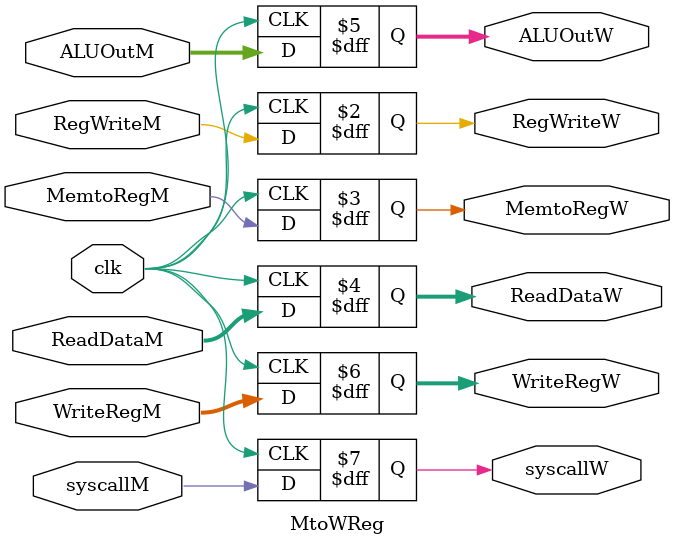
<source format=v>
module MtoWReg(input wire clk, input wire RegWriteM, input wire MemtoRegM,
	input wire [31:0] ReadDataM, input wire [31:0] ALUOutM,
	input wire [4:0] WriteRegM, input wire syscallM, output reg RegWriteW, output reg MemtoRegW,
	output reg [31:0] ReadDataW, output reg [31:0] ALUOutW,
	output reg [4:0] WriteRegW, output reg syscallW);

always @(posedge clk)
	begin
	RegWriteW <= RegWriteM;
	MemtoRegW <= MemtoRegM;
	ReadDataW <= ReadDataM;
	ALUOutW <= ALUOutM;
	WriteRegW <= WriteRegM;
	syscallW <= syscallM;
	end
endmodule

</source>
